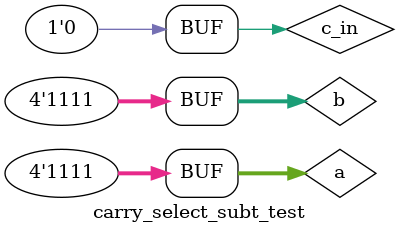
<source format=v>
`timescale 1ns / 1ps


module carry_select_subt_test(
    );
    
    reg[3:0] a,b;
    reg c_in;
    wire[3:0] sum;
    wire c_out;
    
    carry_select_subt UUT(.a(a), .b(b), .c_in(c_in), .sum(sum), .c_out(c_out));
    initial
    begin
    
    a[0]=0; a[1]=0; a[2]=0; a[3]=0; b[0]=0; b[0]=0; b[1]=0; b[2]=0; b[3]=0; c_in = 0;
    #10 a[0]=1; a[1]=1;
    #10 a[2]=1; b[0]=1;
    #10 b[1]=1;
    #10 b[2]=1; a[3]=1; b[3]=1;
    #10 a[0]=0;a[1]=0;
    #10 a[0]=1; a[1]=1; 
    #10 b[0]=0; b[2]=1;
    
    #10 b[0]=1; 
    
    
    
    end
endmodule

</source>
